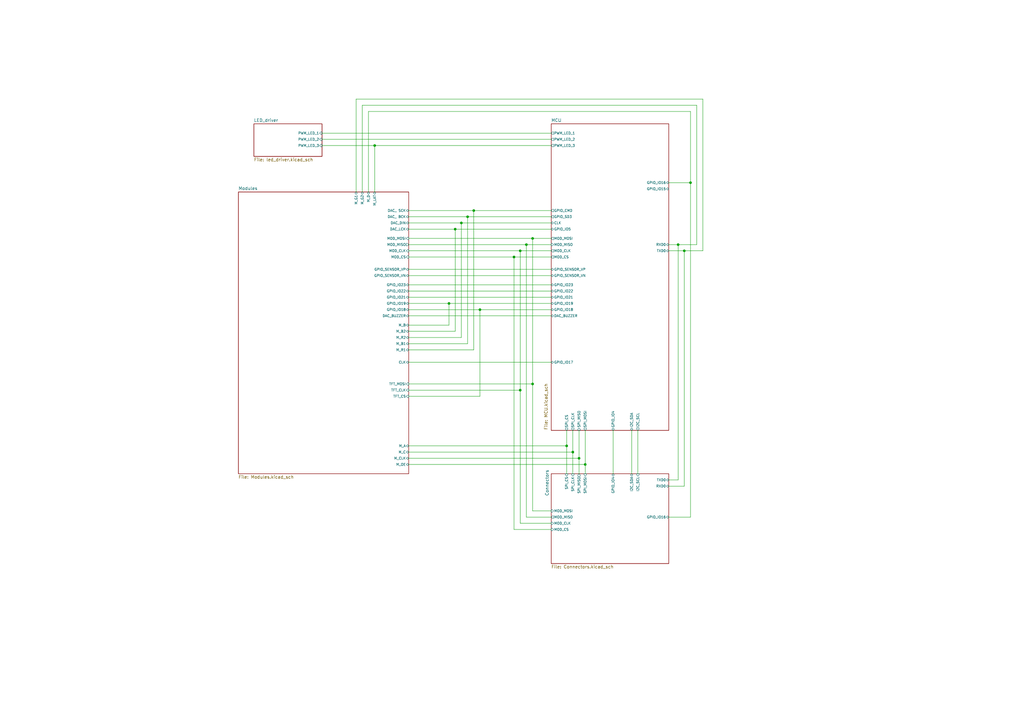
<source format=kicad_sch>
(kicad_sch (version 20250114) (generator "eeschema") (generator_version "9.0")
  (paper "A3")
  (title_block (title "Festiwal Swiatla") (date "2025-08-04") (rev "V1.0") (comment 1 "**Component**") (comment 2 "**Author**"))
  (lib_symbols)
  (junction (at 213.36 102.87))
  (junction (at 191.77 88.9))
  (junction (at 189.23 91.44))
  (junction (at 210.82 105.41))
  (junction (at 237.49 187.96))
  (junction (at 240.03 190.5))
  (junction (at 234.95 185.42))
  (junction (at 194.31 86.36))
  (junction (at 196.85 127))
  (junction (at 153.67 59.69))
  (junction (at 218.44 157.48))
  (junction (at 215.9 100.33))
  (junction (at 278.13 100.33))
  (junction (at 218.44 97.79))
  (junction (at 280.67 102.87))
  (junction (at 232.41 182.88))
  (junction (at 184.15 124.46))
  (junction (at 213.36 160.02))
  (junction (at 283.21 74.93))
  (junction (at 186.69 93.98))
  (wire (pts (xy 237.49 187.96) (xy 237.49 194.31)))
  (wire (pts (xy 189.23 138.43) (xy 189.23 91.44)))
  (wire (pts (xy 274.32 196.85) (xy 278.13 196.85)))
  (wire (pts (xy 274.32 100.33) (xy 278.13 100.33)))
  (wire (pts (xy 232.41 176.53) (xy 232.41 182.88)))
  (wire (pts (xy 167.64 119.38) (xy 226.06 119.38)))
  (wire (pts (xy 132.08 57.15) (xy 226.06 57.15)))
  (wire (pts (xy 213.36 102.87) (xy 213.36 160.02)))
  (wire (pts (xy 234.95 185.42) (xy 234.95 194.31)))
  (wire (pts (xy 167.64 182.88) (xy 232.41 182.88)))
  (wire (pts (xy 288.29 102.87) (xy 280.67 102.87)))
  (wire (pts (xy 167.64 143.51) (xy 194.31 143.51)))
  (wire (pts (xy 146.05 40.64) (xy 288.29 40.64)))
  (wire (pts (xy 167.64 162.56) (xy 196.85 162.56)))
  (wire (pts (xy 191.77 88.9) (xy 226.06 88.9)))
  (wire (pts (xy 232.41 182.88) (xy 232.41 194.31)))
  (wire (pts (xy 240.03 190.5) (xy 240.03 194.31)))
  (wire (pts (xy 167.64 121.92) (xy 226.06 121.92)))
  (wire (pts (xy 210.82 105.41) (xy 226.06 105.41)))
  (wire (pts (xy 148.59 43.18) (xy 285.75 43.18)))
  (wire (pts (xy 194.31 143.51) (xy 194.31 86.36)))
  (wire (pts (xy 167.64 88.9) (xy 191.77 88.9)))
  (wire (pts (xy 167.64 116.84) (xy 226.06 116.84)))
  (wire (pts (xy 167.64 100.33) (xy 215.9 100.33)))
  (wire (pts (xy 285.75 43.18) (xy 285.75 100.33)))
  (wire (pts (xy 278.13 100.33) (xy 278.13 196.85)))
  (wire (pts (xy 234.95 176.53) (xy 234.95 185.42)))
  (wire (pts (xy 167.64 93.98) (xy 186.69 93.98)))
  (wire (pts (xy 274.32 74.93) (xy 283.21 74.93)))
  (wire (pts (xy 167.64 138.43) (xy 189.23 138.43)))
  (wire (pts (xy 280.67 199.39) (xy 274.32 199.39)))
  (wire (pts (xy 167.64 140.97) (xy 191.77 140.97)))
  (wire (pts (xy 151.13 45.72) (xy 283.21 45.72)))
  (wire (pts (xy 210.82 105.41) (xy 210.82 217.17)))
  (wire (pts (xy 274.32 212.09) (xy 283.21 212.09)))
  (wire (pts (xy 261.62 176.53) (xy 261.62 194.31)))
  (wire (pts (xy 283.21 212.09) (xy 283.21 74.93)))
  (wire (pts (xy 146.05 40.64) (xy 146.05 78.74)))
  (wire (pts (xy 196.85 162.56) (xy 196.85 127)))
  (wire (pts (xy 167.64 113.03) (xy 226.06 113.03)))
  (wire (pts (xy 213.36 102.87) (xy 226.06 102.87)))
  (wire (pts (xy 153.67 78.74) (xy 153.67 59.69)))
  (wire (pts (xy 215.9 212.09) (xy 226.06 212.09)))
  (wire (pts (xy 194.31 86.36) (xy 226.06 86.36)))
  (wire (pts (xy 251.46 176.53) (xy 251.46 194.31)))
  (wire (pts (xy 167.64 148.59) (xy 226.06 148.59)))
  (wire (pts (xy 132.08 59.69) (xy 153.67 59.69)))
  (wire (pts (xy 237.49 176.53) (xy 237.49 187.96)))
  (wire (pts (xy 186.69 93.98) (xy 226.06 93.98)))
  (wire (pts (xy 167.64 97.79) (xy 218.44 97.79)))
  (wire (pts (xy 259.08 176.53) (xy 259.08 194.31)))
  (wire (pts (xy 280.67 102.87) (xy 280.67 199.39)))
  (wire (pts (xy 167.64 185.42) (xy 234.95 185.42)))
  (wire (pts (xy 167.64 91.44) (xy 189.23 91.44)))
  (wire (pts (xy 167.64 135.89) (xy 186.69 135.89)))
  (wire (pts (xy 167.64 127) (xy 196.85 127)))
  (wire (pts (xy 210.82 217.17) (xy 226.06 217.17)))
  (wire (pts (xy 167.64 160.02) (xy 213.36 160.02)))
  (wire (pts (xy 167.64 129.54) (xy 226.06 129.54)))
  (wire (pts (xy 184.15 133.35) (xy 184.15 124.46)))
  (wire (pts (xy 196.85 127) (xy 226.06 127)))
  (wire (pts (xy 240.03 190.5) (xy 240.03 176.53)))
  (wire (pts (xy 184.15 124.46) (xy 226.06 124.46)))
  (wire (pts (xy 167.64 86.36) (xy 194.31 86.36)))
  (wire (pts (xy 148.59 43.18) (xy 148.59 78.74)))
  (wire (pts (xy 167.64 110.49) (xy 226.06 110.49)))
  (wire (pts (xy 167.64 190.5) (xy 240.03 190.5)))
  (wire (pts (xy 215.9 100.33) (xy 215.9 212.09)))
  (wire (pts (xy 189.23 91.44) (xy 226.06 91.44)))
  (wire (pts (xy 167.64 133.35) (xy 184.15 133.35)))
  (wire (pts (xy 274.32 102.87) (xy 280.67 102.87)))
  (wire (pts (xy 285.75 100.33) (xy 278.13 100.33)))
  (wire (pts (xy 167.64 157.48) (xy 218.44 157.48)))
  (wire (pts (xy 288.29 40.64) (xy 288.29 102.87)))
  (wire (pts (xy 167.64 187.96) (xy 237.49 187.96)))
  (wire (pts (xy 132.08 54.61) (xy 226.06 54.61)))
  (wire (pts (xy 151.13 78.74) (xy 151.13 45.72)))
  (wire (pts (xy 153.67 59.69) (xy 226.06 59.69)))
  (wire (pts (xy 215.9 100.33) (xy 226.06 100.33)))
  (wire (pts (xy 167.64 102.87) (xy 213.36 102.87)))
  (wire (pts (xy 218.44 97.79) (xy 218.44 157.48)))
  (wire (pts (xy 167.64 105.41) (xy 210.82 105.41)))
  (wire (pts (xy 213.36 214.63) (xy 226.06 214.63)))
  (wire (pts (xy 218.44 97.79) (xy 226.06 97.79)))
  (wire (pts (xy 218.44 209.55) (xy 226.06 209.55)))
  (wire (pts (xy 191.77 140.97) (xy 191.77 88.9)))
  (wire (pts (xy 283.21 45.72) (xy 283.21 74.93)))
  (wire (pts (xy 218.44 157.48) (xy 218.44 209.55)))
  (wire (pts (xy 186.69 135.89) (xy 186.69 93.98)))
  (wire (pts (xy 167.64 124.46) (xy 184.15 124.46)))
  (wire (pts (xy 213.36 160.02) (xy 213.36 214.63)))
  (sheet (at 226.06 50.8) (size 48.26 125.73) (stroke (width 0.1524))
    (property "Sheetname" "MCU" (at 226.06 50.0884 0) (effects (justify left bottom)))
    (property "Sheetfile" "MCU.kicad_sch" (at 223.21 176.33 90) (effects (justify left top)))
    (pin "CLK" bidirectional (at 226.06 91.44 180) (effects (font (size 1 1))))
    (pin "DAC_BUZZER" bidirectional (at 226.06 129.54 180) (effects (font (size 1 1))))
    (pin "GPIO_IO4" bidirectional (at 251.46 176.53 270) (effects (font (size 1 1))))
    (pin "GPIO_IO5" bidirectional (at 226.06 93.98 180) (effects (font (size 1 1))))
    (pin "GPIO_IO15" bidirectional (at 274.32 77.47 0) (effects (font (size 1 1))))
    (pin "GPIO_IO16" bidirectional (at 274.32 74.93 0) (effects (font (size 1 1))))
    (pin "GPIO_IO17" bidirectional (at 226.06 148.59 180) (effects (font (size 1 1))))
    (pin "GPIO_IO18" bidirectional (at 226.06 127 180) (effects (font (size 1 1))))
    (pin "GPIO_IO19" bidirectional (at 226.06 124.46 180) (effects (font (size 1 1))))
    (pin "I2C_SDA" bidirectional (at 259.08 176.53 270) (effects (font (size 1 1))))
    (pin "MOD_CLK" output (at 226.06 102.87 180) (effects (font (size 1 1))))
    (pin "MOD_CS" output (at 226.06 105.41 180) (effects (font (size 1 1))))
    (pin "I2C_SCL" output (at 261.62 176.53 270) (effects (font (size 1 1))))
    (pin "GPIO_SENSOR_VP" bidirectional (at 226.06 110.49 180) (effects (font (size 1 1))))
    (pin "GPIO_SENSOR_VN" bidirectional (at 226.06 113.03 180) (effects (font (size 1 1))))
    (pin "GPIO_IO23" bidirectional (at 226.06 116.84 180) (effects (font (size 1 1))))
    (pin "GPIO_IO22" bidirectional (at 226.06 119.38 180) (effects (font (size 1 1))))
    (pin "GPIO_IO21" bidirectional (at 226.06 121.92 180) (effects (font (size 1 1))))
    (pin "MOD_MISO" input (at 226.06 100.33 180) (effects (font (size 1 1))))
    (pin "MOD_MOSI" output (at 226.06 97.79 180) (effects (font (size 1 1))))
    (pin "RXD0" bidirectional (at 274.32 100.33 0) (effects (font (size 1 1))))
    (pin "SPI_CLK" output (at 234.95 176.53 270) (effects (font (size 1 1))))
    (pin "SPI_CS" output (at 232.41 176.53 270) (effects (font (size 1 1))))
    (pin "SPI_MISO" input (at 237.49 176.53 270) (effects (font (size 1 1))))
    (pin "SPI_MOSI" output (at 240.03 176.53 270) (effects (font (size 1 1))))
    (pin "TXD0" bidirectional (at 274.32 102.87 0) (effects (font (size 1 1))))
    (pin "PWM_LED_1" output (at 226.06 54.61 180) (effects (font (size 1 1))))
    (pin "PWM_LED_2" output (at 226.06 57.15 180) (effects (font (size 1 1))))
    (pin "PWM_LED_3" output (at 226.06 59.69 180) (effects (font (size 1 1))))
    (pin "GPIO_SD3" output (at 226.06 88.9 180) (effects (font (size 1 1))))
    (pin "GPIO_CMD" output (at 226.06 86.36 180) (effects (font (size 1 1))))
  )
  (sheet (at 226.06 194.31) (size 48.26 36.83) (stroke (width 0.1524))
    (property "Sheetname" "Connectors" (at 225.12 203.41 90) (effects (justify left bottom)))
    (property "Sheetfile" "Connectors.kicad_sch" (at 226.06 231.7246 0) (effects (justify left top)))
    (pin "I2C_SDA" bidirectional (at 259.08 194.31 90) (effects (font (size 1 1))))
    (pin "SPI_MOSI" input (at 240.03 194.31 90) (effects (font (size 1 1))))
    (pin "SPI_MISO" output (at 237.49 194.31 90) (effects (font (size 1 1))))
    (pin "SPI_CLK" input (at 234.95 194.31 90) (effects (font (size 1 1))))
    (pin "SPI_CS" input (at 232.41 194.31 90) (effects (font (size 1 1))))
    (pin "I2C_SCL" input (at 261.62 194.31 90) (effects (font (size 1 1))))
    (pin "MOD_MOSI" input (at 226.06 209.55 180) (effects (font (size 1 1))))
    (pin "MOD_MISO" output (at 226.06 212.09 180) (effects (font (size 1 1))))
    (pin "MOD_CLK" input (at 226.06 214.63 180) (effects (font (size 1 1))))
    (pin "MOD_CS" input (at 226.06 217.17 180) (effects (font (size 1 1))))
    (pin "GPIO_IO4" bidirectional (at 251.46 194.31 90) (effects (font (size 1 1))))
    (pin "GPIO_IO16" bidirectional (at 274.32 212.09 0) (effects (font (size 1 1))))
    (pin "RXD0" bidirectional (at 274.32 199.39 0) (effects (font (size 1 1))))
    (pin "TXD0" bidirectional (at 274.32 196.85 0) (effects (font (size 1 1))))
  )
  (sheet (at 104.14 50.8) (size 27.94 13.36) (stroke (width 0.1524))
    (property "Sheetname" "LED_driver" (at 104.14 50.0884 0) (effects (justify left bottom)))
    (property "Sheetfile" "led_driver.kicad_sch" (at 104.14 64.7446 0) (effects (justify left top)))
    (pin "PWM_LED_1" input (at 132.08 54.61 0) (effects (font (size 1 1))))
    (pin "PWM_LED_2" input (at 132.08 57.15 0) (effects (font (size 1 1))))
    (pin "PWM_LED_3" input (at 132.08 59.69 0) (effects (font (size 1 1))))
  )
  (sheet (at 97.79 78.74) (size 69.85 115.57) (stroke (width 0.1524))
    (property "Sheetname" "Modules" (at 97.79 78.0284 0) (effects (justify left bottom)))
    (property "Sheetfile" "Modules.kicad_sch" (at 97.79 194.9146 0) (effects (justify left top)))
    (pin "GPIO_SENSOR_VP" bidirectional (at 167.64 110.49 0) (effects (font (size 1 1))))
    (pin "GPIO_SENSOR_VN" bidirectional (at 167.64 113.03 0) (effects (font (size 1 1))))
    (pin "GPIO_IO23" bidirectional (at 167.64 116.84 0) (effects (font (size 1 1))))
    (pin "GPIO_IO22" bidirectional (at 167.64 119.38 0) (effects (font (size 1 1))))
    (pin "GPIO_IO21" bidirectional (at 167.64 121.92 0) (effects (font (size 1 1))))
    (pin "GPIO_IO19" bidirectional (at 167.64 124.46 0) (effects (font (size 1 1))))
    (pin "GPIO_IO18" bidirectional (at 167.64 127 0) (effects (font (size 1 1))))
    (pin "DAC_BUZZER" bidirectional (at 167.64 129.54 0) (effects (font (size 1 1))))
    (pin "CLK" bidirectional (at 167.64 148.59 0) (effects (font (size 1 1))))
    (pin "MOD_MOSI" input (at 167.64 97.79 0) (effects (font (size 1 1))))
    (pin "MOD_MISO" output (at 167.64 100.33 0) (effects (font (size 1 1))))
    (pin "MOD_CLK" input (at 167.64 102.87 0) (effects (font (size 1 1))))
    (pin "MOD_CS" input (at 167.64 105.41 0) (effects (font (size 1 1))))
    (pin "DAC_DIN" bidirectional (at 167.64 91.44 0) (effects (font (size 1 1))))
    (pin "DAC_LCK" bidirectional (at 167.64 93.98 0) (effects (font (size 1 1))))
    (pin "DAC_ SCK" bidirectional (at 167.64 86.36 0) (effects (font (size 1 1))))
    (pin "DAC_ BCK" bidirectional (at 167.64 88.9 0) (effects (font (size 1 1))))
    (pin "M_B" bidirectional (at 167.64 133.35 0) (effects (font (size 1 1))))
    (pin "M_C" bidirectional (at 167.64 185.42 0) (effects (font (size 1 1))))
    (pin "M_G1" bidirectional (at 146.05 78.74 90) (effects (font (size 1 1))))
    (pin "M_CLK" bidirectional (at 167.64 187.96 0) (effects (font (size 1 1))))
    (pin "M_G2" bidirectional (at 148.59 78.74 90) (effects (font (size 1 1))))
    (pin "M_B1" bidirectional (at 167.64 140.97 0) (effects (font (size 1 1))))
    (pin "M_B2" bidirectional (at 167.64 135.89 0) (effects (font (size 1 1))))
    (pin "M_OE" bidirectional (at 167.64 190.5 0) (effects (font (size 1 1))))
    (pin "M_LAT" bidirectional (at 153.67 78.74 90) (effects (font (size 1 1))))
    (pin "M_A" bidirectional (at 167.64 182.88 0) (effects (font (size 1 1))))
    (pin "M_R1" bidirectional (at 167.64 143.51 0) (effects (font (size 1 1))))
    (pin "M_R2" bidirectional (at 167.64 138.43 0) (effects (font (size 1 1))))
    (pin "M_D" bidirectional (at 151.13 78.74 90) (effects (font (size 1 1))))
    (pin "TFT_MOSI" input (at 167.64 157.48 0) (effects (font (size 1 1))))
    (pin "TFT_CLK" input (at 167.64 160.02 0) (effects (font (size 1 1))))
    (pin "TFT_CS" input (at 167.64 162.56 0) (effects (font (size 1 1))))
  )
)
</source>
